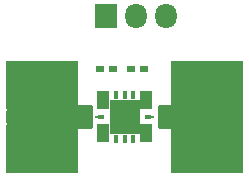
<source format=gts>
G04 #@! TF.FileFunction,Soldermask,Top*
%FSLAX46Y46*%
G04 Gerber Fmt 4.6, Leading zero omitted, Abs format (unit mm)*
G04 Created by KiCad (PCBNEW 4.0.4-stable) date Thu Oct 20 22:10:56 2016*
%MOMM*%
%LPD*%
G01*
G04 APERTURE LIST*
%ADD10C,0.100000*%
%ADD11R,0.700000X0.600000*%
%ADD12R,1.827200X2.132000*%
%ADD13O,1.827200X2.132000*%
%ADD14R,6.100000X1.100000*%
%ADD15R,6.100000X4.100000*%
%ADD16R,0.400000X0.650000*%
%ADD17R,0.480000X0.350000*%
%ADD18R,2.590000X2.890000*%
%ADD19R,1.140000X1.570000*%
%ADD20R,0.460000X0.250000*%
%ADD21C,0.254000*%
G04 APERTURE END LIST*
D10*
D11*
X147550000Y-101000000D03*
X146450000Y-101000000D03*
X149000000Y-101000000D03*
X150100000Y-101000000D03*
D12*
X146960000Y-96500000D03*
D13*
X149500000Y-96500000D03*
X152040000Y-96500000D03*
D14*
X141500000Y-105000000D03*
D15*
X141500000Y-107700000D03*
X141500000Y-102300000D03*
D16*
X147801100Y-103128600D03*
X148501100Y-103128600D03*
X149201100Y-103128600D03*
X147801100Y-106878600D03*
X148501100Y-106878600D03*
X149201100Y-106878600D03*
D17*
X150501100Y-105003600D03*
X146501100Y-105003600D03*
D18*
X148501100Y-105003600D03*
D19*
X146701100Y-103603600D03*
X150301100Y-103603600D03*
X146701100Y-106403600D03*
X150301100Y-106403600D03*
D20*
X146201100Y-105003600D03*
X150801100Y-105003600D03*
D14*
X155500000Y-105000000D03*
D15*
X155500000Y-102300000D03*
X155500000Y-107700000D03*
D21*
G36*
X145623000Y-105873000D02*
X138627000Y-105873000D01*
X138627000Y-104127000D01*
X145623000Y-104127000D01*
X145623000Y-105873000D01*
X145623000Y-105873000D01*
G37*
X145623000Y-105873000D02*
X138627000Y-105873000D01*
X138627000Y-104127000D01*
X145623000Y-104127000D01*
X145623000Y-105873000D01*
G36*
X158373000Y-105873000D02*
X151377000Y-105873000D01*
X151377000Y-104127000D01*
X158373000Y-104127000D01*
X158373000Y-105873000D01*
X158373000Y-105873000D01*
G37*
X158373000Y-105873000D02*
X151377000Y-105873000D01*
X151377000Y-104127000D01*
X158373000Y-104127000D01*
X158373000Y-105873000D01*
M02*

</source>
